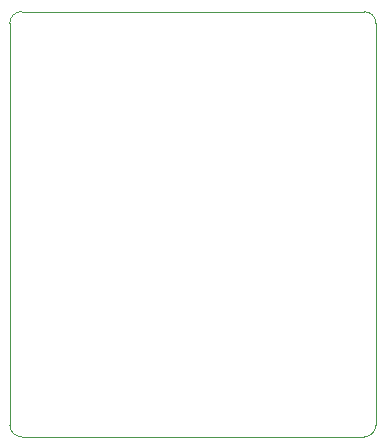
<source format=gbr>
%TF.GenerationSoftware,KiCad,Pcbnew,8.0.4*%
%TF.CreationDate,2024-09-14T10:14:20+02:00*%
%TF.ProjectId,tmc2208-breakout,746d6332-3230-4382-9d62-7265616b6f75,rev?*%
%TF.SameCoordinates,Original*%
%TF.FileFunction,Profile,NP*%
%FSLAX46Y46*%
G04 Gerber Fmt 4.6, Leading zero omitted, Abs format (unit mm)*
G04 Created by KiCad (PCBNEW 8.0.4) date 2024-09-14 10:14:20*
%MOMM*%
%LPD*%
G01*
G04 APERTURE LIST*
%TA.AperFunction,Profile*%
%ADD10C,0.100000*%
%TD*%
G04 APERTURE END LIST*
D10*
X141500000Y-73000000D02*
X141500000Y-39000000D01*
X141500000Y-39000000D02*
G75*
G02*
X142500000Y-38000000I1000000J0D01*
G01*
X171500000Y-38000000D02*
G75*
G02*
X172500000Y-39000000I0J-1000000D01*
G01*
X171500000Y-74000000D02*
X142500000Y-74000000D01*
X172500000Y-39000000D02*
X172500000Y-73000000D01*
X157000000Y-38000000D02*
X142500000Y-38000000D01*
X157000000Y-38000000D02*
X171500000Y-38000000D01*
X142500000Y-74000000D02*
G75*
G02*
X141500000Y-73000000I0J1000000D01*
G01*
X172500000Y-73000000D02*
G75*
G02*
X171500000Y-74000000I-1000000J0D01*
G01*
M02*

</source>
